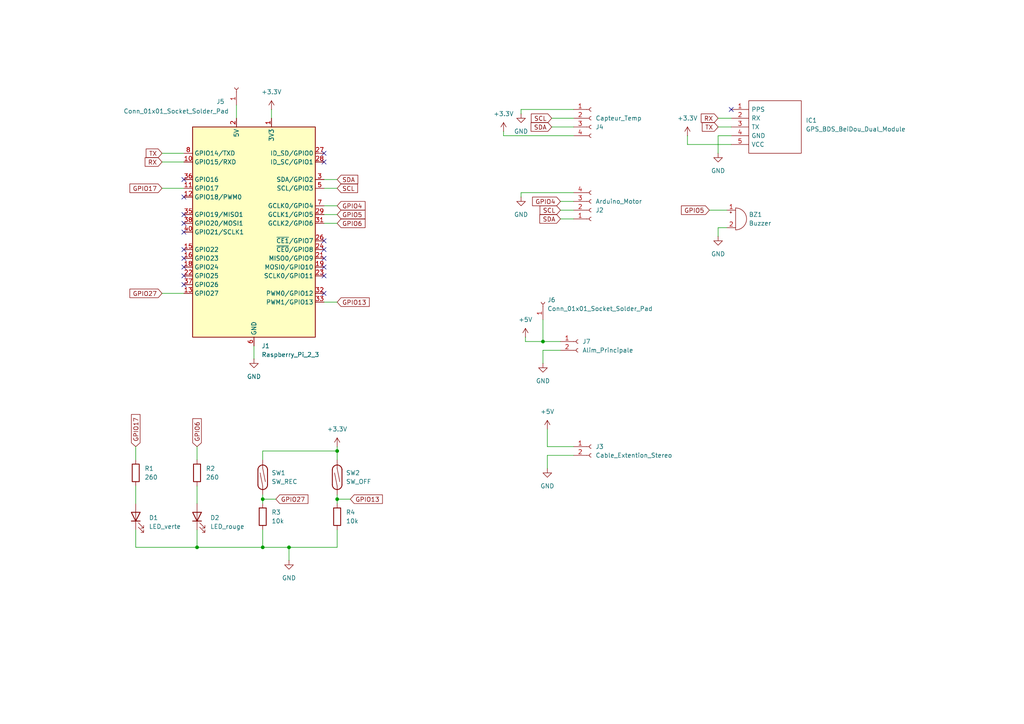
<source format=kicad_sch>
(kicad_sch (version 20231120) (generator "eeschema") (generator_version "8.0")
  (paper "A4")
  (lib_symbols
    (symbol "Conn_01x02_Socket_5v_IN_1" (pin_names (offset 1.016) hide)
      (property "Reference" "J7" (at 1.27 0.0001 0))
      (property "Value" "Conn_01x02_Socket_5v_IN" (at 1.27 -2.5399 0))
      (symbol "Conn_01x02_Socket_5v_IN_1_1_1"
        (arc (start 0 -2.032) (mid -0.5058 -2.54) (end 0 -3.048) (stroke (width 0.1524)))
        (polyline (pts (xy -1.27 -2.54) (xy -0.508 -2.54)) (stroke (width 0.1524)))
        (polyline (pts (xy -1.27 0) (xy -0.508 0)) (stroke (width 0.1524)))
        (arc (start 0 0.508) (mid -0.5058 0) (end 0 -0.508) (stroke (width 0.1524)))
        (pin passive line (at -5.08 0 0) (length 3.81) (name "Pin_1") (number "1"))
        (pin power_out line (at -5.08 -2.54 0) (length 3.81) (name "Pin_2") (number "2"))
      )
    )
    (symbol "Conn_01x04_Socket_1" (pin_names (offset 1.016) hide)
      (property "Reference" "J4" (at 1.27 0.0001 0))
      (property "Value" "Capteur_Temp" (at 1.27 -2.5399 0))
      (symbol "Conn_01x04_Socket_1_1_1"
        (arc (start 0 -4.572) (mid -0.5058 -5.08) (end 0 -5.588) (stroke (width 0.1524)))
        (arc (start 0 -2.032) (mid -0.5058 -2.54) (end 0 -3.048) (stroke (width 0.1524)))
        (polyline (pts (xy -1.27 -5.08) (xy -0.508 -5.08)) (stroke (width 0.1524)))
        (polyline (pts (xy -1.27 -2.54) (xy -0.508 -2.54)) (stroke (width 0.1524)))
        (polyline (pts (xy -1.27 0) (xy -0.508 0)) (stroke (width 0.1524)))
        (polyline (pts (xy -1.27 2.54) (xy -0.508 2.54)) (stroke (width 0.1524)))
        (arc (start 0 0.508) (mid -0.5058 0) (end 0 -0.508) (stroke (width 0.1524)))
        (arc (start 0 3.048) (mid -0.5058 2.54) (end 0 2.032) (stroke (width 0.1524)))
        (pin passive line (at -5.08 -5.08 0) (length 3.81) (name "Pin_1") (number "1"))
        (pin passive line (at -5.08 -2.54 0) (length 3.81) (name "Pin_2") (number "2"))
        (pin passive line (at -5.08 0 0) (length 3.81) (name "Pin_3") (number "3"))
        (pin passive line (at -5.08 2.54 0) (length 3.81) (name "Pin_4") (number "4"))
      )
    )
    (symbol "Connector:Conn_01x04_Socket" (pin_names (offset 1.016) hide)
      (property "Reference" "J" (at 0 5.08 0))
      (property "Value" "Conn_01x04_Socket" (at 0 -7.62 0))
      (symbol "Conn_01x04_Socket_1_1"
        (arc (start 0 -4.572) (mid -0.5058 -5.08) (end 0 -5.588) (stroke (width 0.1524)))
        (arc (start 0 -2.032) (mid -0.5058 -2.54) (end 0 -3.048) (stroke (width 0.1524)))
        (polyline (pts (xy -1.27 -5.08) (xy -0.508 -5.08)) (stroke (width 0.1524)))
        (polyline (pts (xy -1.27 -2.54) (xy -0.508 -2.54)) (stroke (width 0.1524)))
        (polyline (pts (xy -1.27 0) (xy -0.508 0)) (stroke (width 0.1524)))
        (polyline (pts (xy -1.27 2.54) (xy -0.508 2.54)) (stroke (width 0.1524)))
        (arc (start 0 0.508) (mid -0.5058 0) (end 0 -0.508) (stroke (width 0.1524)))
        (arc (start 0 3.048) (mid -0.5058 2.54) (end 0 2.032) (stroke (width 0.1524)))
        (pin passive line (at -5.08 2.54 0) (length 3.81) (name "Pin_1") (number "1"))
        (pin passive line (at -5.08 0 0) (length 3.81) (name "Pin_2") (number "2"))
        (pin passive line (at -5.08 -2.54 0) (length 3.81) (name "Pin_3") (number "3"))
        (pin passive line (at -5.08 -5.08 0) (length 3.81) (name "Pin_4") (number "4"))
      )
    )
    (symbol "Connector:Raspberry_Pi_2_3"
      (property "Reference" "J1" (at 2.1941 -33.02 0))
      (property "Value" "Raspberry_Pi_2_3" (at 2.1941 -35.56 0))
      (symbol "Raspberry_Pi_2_3_0_1"
        (rectangle (start -17.78 30.48) (end 17.78 -30.48) (stroke (width 0.254)) (fill (type background)))
      )
      (symbol "Raspberry_Pi_2_3_1_1"
        (pin power_out line (at 5.08 33.02 270) (length 2.54) (name "3V3") (number "1"))
        (pin bidirectional line (at -20.32 20.32 0) (length 2.54) (name "GPIO15/RXD") (number "10"))
        (pin bidirectional line (at -20.32 12.7 0) (length 2.54) (name "GPIO17") (number "11"))
        (pin bidirectional line (at -20.32 10.16 0) (length 2.54) (name "GPIO18/PWM0") (number "12"))
        (pin bidirectional line (at -20.32 -17.78 0) (length 2.54) (name "GPIO27") (number "13"))
        (pin passive line (at 0 -33.02 90) (length 2.54) hide (name "GND") (number "14"))
        (pin bidirectional line (at -20.32 -5.08 0) (length 2.54) (name "GPIO22") (number "15"))
        (pin bidirectional line (at -20.32 -7.62 0) (length 2.54) (name "GPIO23") (number "16"))
        (pin passive line (at 5.08 33.02 270) (length 2.54) hide (name "3V3") (number "17"))
        (pin bidirectional line (at -20.32 -10.16 0) (length 2.54) (name "GPIO24") (number "18"))
        (pin bidirectional line (at 20.32 -10.16 180) (length 2.54) (name "MOSI0/GPIO10") (number "19"))
        (pin power_in line (at -5.08 33.02 270) (length 2.54) (name "5V") (number "2"))
        (pin passive line (at 0 -33.02 90) (length 2.54) hide (name "GND") (number "20"))
        (pin bidirectional line (at 20.32 -7.62 180) (length 2.54) (name "MISO0/GPIO9") (number "21"))
        (pin bidirectional line (at -20.32 -12.7 0) (length 2.54) (name "GPIO25") (number "22"))
        (pin bidirectional line (at 20.32 -12.7 180) (length 2.54) (name "SCLK0/GPIO11") (number "23"))
        (pin bidirectional line (at 20.32 -5.08 180) (length 2.54) (name "~{CE0}/GPIO8") (number "24"))
        (pin passive line (at 0 -33.02 90) (length 2.54) hide (name "GND") (number "25"))
        (pin bidirectional line (at 20.32 -2.54 180) (length 2.54) (name "~{CE1}/GPIO7") (number "26"))
        (pin bidirectional line (at 20.32 22.86 180) (length 2.54) (name "ID_SD/GPIO0") (number "27"))
        (pin bidirectional line (at 20.32 20.32 180) (length 2.54) (name "ID_SC/GPIO1") (number "28"))
        (pin bidirectional line (at 20.32 5.08 180) (length 2.54) (name "GCLK1/GPIO5") (number "29"))
        (pin bidirectional line (at 20.32 15.24 180) (length 2.54) (name "SDA/GPIO2") (number "3"))
        (pin passive line (at 0 -33.02 90) (length 2.54) hide (name "GND") (number "30"))
        (pin bidirectional line (at 20.32 2.54 180) (length 2.54) (name "GCLK2/GPIO6") (number "31"))
        (pin bidirectional line (at 20.32 -17.78 180) (length 2.54) (name "PWM0/GPIO12") (number "32"))
        (pin bidirectional line (at 20.32 -20.32 180) (length 2.54) (name "PWM1/GPIO13") (number "33"))
        (pin passive line (at 0 -33.02 90) (length 2.54) hide (name "GND") (number "34"))
        (pin bidirectional line (at -20.32 5.08 0) (length 2.54) (name "GPIO19/MISO1") (number "35"))
        (pin bidirectional line (at -20.32 15.24 0) (length 2.54) (name "GPIO16") (number "36"))
        (pin bidirectional line (at -20.32 -15.24 0) (length 2.54) (name "GPIO26") (number "37"))
        (pin bidirectional line (at -20.32 2.54 0) (length 2.54) (name "GPIO20/MOSI1") (number "38"))
        (pin passive line (at 0 -33.02 90) (length 2.54) hide (name "GND") (number "39"))
        (pin passive line (at -5.08 33.02 270) (length 2.54) hide (name "5V") (number "4"))
        (pin bidirectional line (at -20.32 0 0) (length 2.54) (name "GPIO21/SCLK1") (number "40"))
        (pin bidirectional line (at 20.32 12.7 180) (length 2.54) (name "SCL/GPIO3") (number "5"))
        (pin power_in line (at 0 -33.02 90) (length 2.54) (name "GND") (number "6"))
        (pin bidirectional line (at 20.32 7.62 180) (length 2.54) (name "GCLK0/GPIO4") (number "7"))
        (pin bidirectional line (at -20.32 22.86 0) (length 2.54) (name "GPIO14/TXD") (number "8"))
        (pin passive line (at 0 -33.02 90) (length 2.54) hide (name "GND") (number "9"))
      )
    )
    (symbol "Device:Buzzer" (pin_names (offset 0.0254) hide)
      (property "Reference" "BZ" (at 3.81 1.27 0))
      (property "Value" "Buzzer" (at 3.81 -1.27 0))
      (symbol "Buzzer_0_1"
        (arc (start 0 -3.175) (mid 3.1612 0) (end 0 3.175))
        (polyline (pts (xy -1.651 1.905) (xy -1.143 1.905)))
        (polyline (pts (xy -1.397 2.159) (xy -1.397 1.651)))
        (polyline (pts (xy 0 3.175) (xy 0 -3.175)))
      )
      (symbol "Buzzer_1_1"
        (pin passive line (at -2.54 2.54 0) (length 2.54) (name "+") (number "1"))
        (pin passive line (at -2.54 -2.54 0) (length 2.54) (name "-") (number "2"))
      )
    )
    (symbol "Device:LED" (pin_numbers hide) (pin_names (offset 1.016) hide)
      (property "Reference" "D" (at 0 2.54 0))
      (property "Value" "LED" (at 0 -2.54 0))
      (symbol "LED_0_1"
        (polyline (pts (xy -1.27 -1.27) (xy -1.27 1.27)) (stroke (width 0.254)))
        (polyline (pts (xy -1.27 0) (xy 1.27 0)))
        (polyline (pts (xy 1.27 -1.27) (xy 1.27 1.27) (xy -1.27 0) (xy 1.27 -1.27)) (stroke (width 0.254)))
        (polyline (pts (xy -3.048 -0.762) (xy -4.572 -2.286) (xy -3.81 -2.286) (xy -4.572 -2.286) (xy -4.572 -1.524)))
        (polyline (pts (xy -1.778 -0.762) (xy -3.302 -2.286) (xy -2.54 -2.286) (xy -3.302 -2.286) (xy -3.302 -1.524)))
      )
      (symbol "LED_1_1"
        (pin passive line (at -3.81 0 0) (length 2.54) (name "K") (number "1"))
        (pin passive line (at 3.81 0 180) (length 2.54) (name "A") (number "2"))
      )
    )
    (symbol "Device:R" (pin_numbers hide) (pin_names (offset 0))
      (property "Reference" "R" (at 2.032 0 90))
      (property "Value" "R" (at 0 0 90))
      (symbol "R_0_1"
        (rectangle (start -1.016 -2.54) (end 1.016 2.54) (stroke (width 0.254)))
      )
      (symbol "R_1_1"
        (pin passive line (at 0 3.81 270) (length 1.27) (name "~") (number "1"))
        (pin passive line (at 0 -3.81 90) (length 1.27) (name "~") (number "2"))
      )
    )
    (symbol "Kosmos_4.0_motor:Conn_01x01_Socket_Solder_Pad" (pin_names (offset 1.016) hide)
      (property "Reference" "J" (at 0 2.54 0))
      (property "Value" "Conn_01x01_Socket_Solder_Pad" (at 0 -2.54 0))
      (symbol "Conn_01x01_Socket_Solder_Pad_1_1"
        (polyline (pts (xy -1.27 0) (xy -0.508 0)) (stroke (width 0.1524)))
        (arc (start 0 0.508) (mid -0.5058 0) (end 0 -0.508) (stroke (width 0.1524)))
        (pin power_out line (at -5.08 0 0) (length 3.81) (name "Pin_1") (number "1"))
      )
    )
    (symbol "Kosmos_4.0_motor:Conn_01x02_Socket_5v_IN" (pin_names (offset 1.016) hide)
      (property "Reference" "J3" (at 1.27 0.0001 0))
      (property "Value" "Conn_01x02_Socket_5v_IN" (at 1.27 -2.5399 0))
      (symbol "Conn_01x02_Socket_5v_IN_1_1"
        (arc (start 0 -2.032) (mid -0.5058 -2.54) (end 0 -3.048) (stroke (width 0.1524)))
        (polyline (pts (xy -1.27 -2.54) (xy -0.508 -2.54)) (stroke (width 0.1524)))
        (polyline (pts (xy -1.27 0) (xy -0.508 0)) (stroke (width 0.1524)))
        (arc (start 0 0.508) (mid -0.5058 0) (end 0 -0.508) (stroke (width 0.1524)))
        (pin passive line (at -5.08 0 0) (length 3.81) (name "Pin_1") (number "1"))
        (pin passive line (at -5.08 -2.54 0) (length 3.81) (name "Pin_2") (number "2"))
      )
    )
    (symbol "Kosmos_4.0_motor:GPS_BDS_BeiDou_Dual_Module" (pin_names (offset 0.762))
      (property "Reference" "IC1" (at 21.59 1.9051 0))
      (property "Value" "GPS_BDS_BeiDou_Dual_Module" (at 21.59 -0.6349 0))
      (symbol "GPS_BDS_BeiDou_Dual_Module_0_1"
        (polyline (pts (xy 5.08 7.62) (xy 20.32 7.62) (xy 20.32 -7.62) (xy 5.08 -7.62) (xy 5.08 7.62)) (stroke (width 0.1524)))
      )
      (symbol "GPS_BDS_BeiDou_Dual_Module_1_0"
        (pin passive line (at 0 5.08 0) (length 5.08) (name "PPS") (number "1"))
        (pin passive line (at 0 2.54 0) (length 5.08) (name "RX") (number "2"))
        (pin passive line (at 0 0 0) (length 5.08) (name "TX") (number "3"))
        (pin passive line (at 0 -2.54 0) (length 5.08) (name "GND") (number "4"))
        (pin passive line (at 0 -5.08 0) (length 5.08) (name "VCC") (number "5"))
      )
    )
    (symbol "Switch:SW_Reed" (pin_numbers hide) (pin_names (offset 0) hide)
      (property "Reference" "SW" (at 0 2.54 0))
      (property "Value" "SW_Reed" (at 0 -2.54 0))
      (symbol "SW_Reed_0_0"
        (arc (start -2.159 1.397) (mid -3.55 0) (end -2.159 -1.397) (stroke (width 0.254)))
        (polyline (pts (xy -2.54 0) (xy 1.27 0.762)))
        (polyline (pts (xy -2.159 -1.397) (xy 2.286 -1.397)) (stroke (width 0.254)))
        (polyline (pts (xy 2.159 1.397) (xy -2.159 1.397)) (stroke (width 0.254)))
        (polyline (pts (xy 2.54 0) (xy -1.27 -0.762)))
        (arc (start 2.159 -1.397) (mid 3.55 0) (end 2.159 1.397) (stroke (width 0.254)))
      )
      (symbol "SW_Reed_1_1"
        (pin passive line (at -5.08 0 0) (length 2.54) (name "1") (number "1"))
        (pin passive line (at 5.08 0 180) (length 2.54) (name "2") (number "2"))
      )
    )
    (symbol "power:+3.3V" (power) (pin_numbers hide) (pin_names (offset 0) hide)
      (property "Value" "+3.3V" (at 0 3.556 0))
      (symbol "+3.3V_0_1"
        (polyline (pts (xy -0.762 1.27) (xy 0 2.54)))
        (polyline (pts (xy 0 0) (xy 0 2.54)))
        (polyline (pts (xy 0 2.54) (xy 0.762 1.27)))
      )
      (symbol "+3.3V_1_1"
        (pin power_in line (at 0 0 90) (length 0) (name "~") (number "1"))
      )
    )
    (symbol "power:+5V" (power) (pin_numbers hide) (pin_names (offset 0) hide)
      (property "Value" "+5V" (at 0 3.556 0))
      (symbol "+5V_0_1"
        (polyline (pts (xy -0.762 1.27) (xy 0 2.54)))
        (polyline (pts (xy 0 0) (xy 0 2.54)))
        (polyline (pts (xy 0 2.54) (xy 0.762 1.27)))
      )
      (symbol "+5V_1_1"
        (pin power_in line (at 0 0 90) (length 0) (name "~") (number "1"))
      )
    )
    (symbol "power:GND" (power) (pin_numbers hide) (pin_names (offset 0) hide)
      (property "Value" "GND" (at 0 -3.81 0))
      (symbol "GND_0_1"
        (polyline (pts (xy 0 0) (xy 0 -1.27) (xy 1.27 -1.27) (xy 0 -2.54) (xy -1.27 -1.27) (xy 0 -1.27)))
      )
      (symbol "GND_1_1"
        (pin power_in line (at 0 0 270) (length 0) (name "~") (number "1"))
      )
    )
  )
  (junction (at 76.2 144.78))
  (junction (at 97.79 144.78))
  (junction (at 76.2 158.75))
  (junction (at 83.82 158.75))
  (junction (at 97.79 130.81))
  (junction (at 57.15 158.75))
  (junction (at 157.48 99.06))
  (no_connect (at 93.98 74.93))
  (no_connect (at 93.98 72.39))
  (no_connect (at 93.98 80.01))
  (no_connect (at 53.34 64.77))
  (no_connect (at 53.34 80.01))
  (no_connect (at 53.34 74.93))
  (no_connect (at 93.98 44.45))
  (no_connect (at 93.98 69.85))
  (no_connect (at 53.34 72.39))
  (no_connect (at 93.98 85.09))
  (no_connect (at 93.98 77.47))
  (no_connect (at 53.34 77.47))
  (no_connect (at 53.34 57.15))
  (no_connect (at 212.09 31.75))
  (no_connect (at 53.34 67.31))
  (no_connect (at 53.34 52.07))
  (no_connect (at 93.98 46.99))
  (no_connect (at 53.34 82.55))
  (no_connect (at 53.34 62.23))
  (wire (pts (xy 151.13 57.15) (xy 151.13 55.88)))
  (wire (pts (xy 199.39 41.91) (xy 199.39 39.37)))
  (wire (pts (xy 93.98 52.07) (xy 97.79 52.07)))
  (wire (pts (xy 212.09 41.91) (xy 199.39 41.91)))
  (wire (pts (xy 151.13 55.88) (xy 166.37 55.88)))
  (wire (pts (xy 93.98 59.69) (xy 97.79 59.69)))
  (wire (pts (xy 76.2 130.81) (xy 76.2 133.35)))
  (wire (pts (xy 57.15 158.75) (xy 76.2 158.75)))
  (wire (pts (xy 166.37 132.08) (xy 158.75 132.08)))
  (wire (pts (xy 97.79 144.78) (xy 101.6 144.78)))
  (wire (pts (xy 46.99 46.99) (xy 53.34 46.99)))
  (wire (pts (xy 158.75 132.08) (xy 158.75 135.89)))
  (wire (pts (xy 93.98 54.61) (xy 97.79 54.61)))
  (wire (pts (xy 76.2 130.81) (xy 97.79 130.81)))
  (wire (pts (xy 76.2 144.78) (xy 80.01 144.78)))
  (wire (pts (xy 162.56 63.5) (xy 166.37 63.5)))
  (wire (pts (xy 76.2 158.75) (xy 83.82 158.75)))
  (wire (pts (xy 151.13 31.75) (xy 151.13 33.02)))
  (wire (pts (xy 39.37 129.54) (xy 39.37 133.35)))
  (wire (pts (xy 208.28 39.37) (xy 208.28 44.45)))
  (wire (pts (xy 151.13 31.75) (xy 166.37 31.75)))
  (wire (pts (xy 97.79 130.81) (xy 97.79 129.54)))
  (wire (pts (xy 152.4 97.79) (xy 152.4 99.06)))
  (wire (pts (xy 76.2 143.51) (xy 76.2 144.78)))
  (wire (pts (xy 93.98 64.77) (xy 97.79 64.77)))
  (wire (pts (xy 157.48 99.06) (xy 162.56 99.06)))
  (wire (pts (xy 162.56 60.96) (xy 166.37 60.96)))
  (wire (pts (xy 78.74 31.75) (xy 78.74 34.29)))
  (wire (pts (xy 76.2 153.67) (xy 76.2 158.75)))
  (wire (pts (xy 157.48 105.41) (xy 157.48 101.6)))
  (wire (pts (xy 97.79 144.78) (xy 97.79 146.05)))
  (wire (pts (xy 46.99 54.61) (xy 53.34 54.61)))
  (wire (pts (xy 76.2 144.78) (xy 76.2 146.05)))
  (wire (pts (xy 208.28 68.58) (xy 208.28 66.04)))
  (wire (pts (xy 73.66 100.33) (xy 73.66 104.14)))
  (wire (pts (xy 162.56 58.42) (xy 166.37 58.42)))
  (wire (pts (xy 208.28 34.29) (xy 212.09 34.29)))
  (wire (pts (xy 97.79 143.51) (xy 97.79 144.78)))
  (wire (pts (xy 160.02 34.29) (xy 166.37 34.29)))
  (wire (pts (xy 83.82 162.56) (xy 83.82 158.75)))
  (wire (pts (xy 158.75 124.46) (xy 158.75 129.54)))
  (wire (pts (xy 57.15 140.97) (xy 57.15 146.05)))
  (wire (pts (xy 146.05 39.37) (xy 146.05 38.1)))
  (wire (pts (xy 146.05 39.37) (xy 166.37 39.37)))
  (wire (pts (xy 205.74 60.96) (xy 210.82 60.96)))
  (wire (pts (xy 68.58 30.48) (xy 68.58 34.29)))
  (wire (pts (xy 208.28 66.04) (xy 210.82 66.04)))
  (wire (pts (xy 212.09 39.37) (xy 208.28 39.37)))
  (wire (pts (xy 157.48 92.71) (xy 157.48 99.06)))
  (wire (pts (xy 57.15 129.54) (xy 57.15 133.35)))
  (wire (pts (xy 46.99 44.45) (xy 53.34 44.45)))
  (wire (pts (xy 93.98 62.23) (xy 97.79 62.23)))
  (wire (pts (xy 39.37 158.75) (xy 57.15 158.75)))
  (wire (pts (xy 39.37 153.67) (xy 39.37 158.75)))
  (wire (pts (xy 93.98 87.63) (xy 97.79 87.63)))
  (wire (pts (xy 152.4 99.06) (xy 157.48 99.06)))
  (wire (pts (xy 57.15 153.67) (xy 57.15 158.75)))
  (wire (pts (xy 46.99 85.09) (xy 53.34 85.09)))
  (wire (pts (xy 157.48 101.6) (xy 162.56 101.6)))
  (wire (pts (xy 97.79 153.67) (xy 97.79 158.75)))
  (wire (pts (xy 208.28 36.83) (xy 212.09 36.83)))
  (wire (pts (xy 39.37 140.97) (xy 39.37 146.05)))
  (wire (pts (xy 158.75 129.54) (xy 166.37 129.54)))
  (wire (pts (xy 160.02 36.83) (xy 166.37 36.83)))
  (wire (pts (xy 97.79 130.81) (xy 97.79 133.35)))
  (wire (pts (xy 83.82 158.75) (xy 97.79 158.75)))
  (global_label "GPIO13" (shape input) (at 97.79 87.63 0) (property "Intersheetrefs" "${INTERSHEET_REFS}" (effects (hide yes))))
  (global_label "GPIO4" (shape input) (at 97.79 59.69 0) (property "Intersheetrefs" "${INTERSHEET_REFS}" (effects (hide yes))))
  (global_label "SDA" (shape input) (at 97.79 52.07 0) (property "Intersheetrefs" "${INTERSHEET_REFS}" (effects (hide yes))))
  (global_label "TX" (shape input) (at 46.99 44.45 180) (property "Intersheetrefs" "${INTERSHEET_REFS}" (effects (hide yes))))
  (global_label "RX" (shape input) (at 208.28 34.29 180) (property "Intersheetrefs" "${INTERSHEET_REFS}" (effects (hide yes))))
  (global_label "TX" (shape input) (at 208.28 36.83 180) (property "Intersheetrefs" "${INTERSHEET_REFS}" (effects (hide yes))))
  (global_label "GPIO4" (shape input) (at 162.56 58.42 180) (property "Intersheetrefs" "${INTERSHEET_REFS}" (effects (hide yes))))
  (global_label "GPIO6" (shape input) (at 97.79 64.77 0) (property "Intersheetrefs" "${INTERSHEET_REFS}" (effects (hide yes))))
  (global_label "SDA" (shape input) (at 160.02 36.83 180) (property "Intersheetrefs" "${INTERSHEET_REFS}" (effects (hide yes))))
  (global_label "RX" (shape input) (at 46.99 46.99 180) (property "Intersheetrefs" "${INTERSHEET_REFS}" (effects (hide yes))))
  (global_label "SCL" (shape input) (at 162.56 60.96 180) (property "Intersheetrefs" "${INTERSHEET_REFS}" (effects (hide yes))))
  (global_label "GPIO5" (shape input) (at 205.74 60.96 180) (property "Intersheetrefs" "${INTERSHEET_REFS}" (effects (hide yes))))
  (global_label "GPIO17" (shape input) (at 39.37 129.54 90) (property "Intersheetrefs" "${INTERSHEET_REFS}" (effects (hide yes))))
  (global_label "GPIO6" (shape input) (at 57.15 129.54 90) (property "Intersheetrefs" "${INTERSHEET_REFS}" (effects (hide yes))))
  (global_label "GPIO27" (shape input) (at 46.99 85.09 180) (property "Intersheetrefs" "${INTERSHEET_REFS}" (effects (hide yes))))
  (global_label "GPIO17" (shape input) (at 46.99 54.61 180) (property "Intersheetrefs" "${INTERSHEET_REFS}" (effects (hide yes))))
  (global_label "GPIO5" (shape input) (at 97.79 62.23 0) (property "Intersheetrefs" "${INTERSHEET_REFS}" (effects (hide yes))))
  (global_label "SCL" (shape input) (at 97.79 54.61 0) (property "Intersheetrefs" "${INTERSHEET_REFS}" (effects (hide yes))))
  (global_label "SCL" (shape input) (at 160.02 34.29 180) (property "Intersheetrefs" "${INTERSHEET_REFS}" (effects (hide yes))))
  (global_label "GPIO27" (shape input) (at 80.01 144.78 0) (property "Intersheetrefs" "${INTERSHEET_REFS}" (effects (hide yes))))
  (global_label "GPIO13" (shape input) (at 101.6 144.78 0) (property "Intersheetrefs" "${INTERSHEET_REFS}" (effects (hide yes))))
  (global_label "SDA" (shape input) (at 162.56 63.5 180) (property "Intersheetrefs" "${INTERSHEET_REFS}" (effects (hide yes))))
  (symbol (lib_id "power:+3.3V") (at 97.79 129.54 0) (unit 1)
    (property "Reference" "#PWR05" (effects (hide yes)))
    (property "Value" "+3.3V" (at 97.79 124.46 0))
    (property "Description" "Power symbol creates a global label with name \"+3.3V\"" (effects (hide yes)))
  )
  (symbol (lib_id "power:GND") (at 151.13 57.15 0) (unit 1)
    (property "Reference" "#PWR07" (effects (hide yes)))
    (property "Value" "GND" (at 151.13 62.23 0))
    (property "Description" "Power symbol creates a global label with name \"GND\" , ground" (effects (hide yes)))
  )
  (symbol (lib_id "Device:R") (at 57.15 137.16 0) (unit 1)
    (property "Reference" "R2" (at 59.69 135.8899 0) (effects (justify left)))
    (property "Value" "260" (at 59.69 138.4299 0) (effects (justify left)))
    (property "Footprint" "Library_komsos:R_Axial_DIN0207_L6.3mm_D2.5mm_P10.16mm_Horizontal_v2.2mm" (effects (hide yes)))
    (property "Description" "Resistor" (effects (hide yes)))
  )
  (symbol (lib_id "Device:R") (at 39.37 137.16 0) (unit 1)
    (property "Reference" "R1" (at 41.91 135.8899 0) (effects (justify left)))
    (property "Value" "260" (at 41.91 138.4299 0) (effects (justify left)))
    (property "Footprint" "Library_komsos:R_Axial_DIN0207_L6.3mm_D2.5mm_P10.16mm_Horizontal_v2.2mm" (effects (hide yes)))
    (property "Description" "Resistor" (effects (hide yes)))
  )
  (symbol (lib_id "power:GND") (at 151.13 33.02 0) (unit 1)
    (property "Reference" "#PWR02" (effects (hide yes)))
    (property "Value" "GND" (at 151.13 38.1 0))
    (property "Description" "Power symbol creates a global label with name \"GND\" , ground" (effects (hide yes)))
  )
  (symbol (lib_id "power:GND") (at 208.28 68.58 0) (unit 1)
    (property "Reference" "#PWR09" (effects (hide yes)))
    (property "Value" "GND" (at 208.28 73.66 0))
    (property "Description" "Power symbol creates a global label with name \"GND\" , ground" (effects (hide yes)))
  )
  (symbol (lib_id "power:GND") (at 158.75 135.89 0) (unit 1)
    (property "Reference" "#PWR012" (effects (hide yes)))
    (property "Value" "GND" (at 158.75 140.97 0))
    (property "Description" "Power symbol creates a global label with name \"GND\" , ground" (effects (hide yes)))
  )
  (symbol (lib_id "power:+3.3V") (at 199.39 39.37 0) (unit 1)
    (property "Reference" "#PWR014" (effects (hide yes)))
    (property "Value" "+3.3V" (at 199.39 34.29 0))
    (property "Description" "Power symbol creates a global label with name \"+3.3V\"" (effects (hide yes)))
  )
  (symbol (lib_id "power:+5V") (at 152.4 97.79 0) (unit 1)
    (property "Reference" "#PWR03" (effects (hide yes)))
    (property "Value" "+5V" (at 152.4 92.71 0))
    (property "Description" "Power symbol creates a global label with name \"+5V\"" (effects (hide yes)))
  )
  (symbol (lib_id "Device:LED") (at 39.37 149.86 90) (unit 1)
    (property "Reference" "D1" (at 43.18 150.1774 90) (effects (justify right)))
    (property "Value" "LED_verte" (at 43.18 152.7174 90) (effects (justify right)))
    (property "Footprint" "Library_komsos:LED_D5.0mm_v2.2mm" (effects (hide yes)))
    (property "Description" "Light emitting diode" (effects (hide yes)))
  )
  (symbol (lib_id "Device:R") (at 97.79 149.86 0) (unit 1)
    (property "Reference" "R4" (at 100.33 148.5899 0) (effects (justify left)))
    (property "Value" "10k" (at 100.33 151.1299 0) (effects (justify left)))
    (property "Footprint" "Library_komsos:R_Axial_DIN0207_L6.3mm_D2.5mm_P10.16mm_Horizontal_v2.2mm" (effects (hide yes)))
    (property "Description" "Resistor" (effects (hide yes)))
  )
  (symbol (lib_id "power:GND") (at 157.48 105.41 0) (unit 1)
    (property "Reference" "#PWR018" (effects (hide yes)))
    (property "Value" "GND" (at 157.48 110.49 0))
    (property "Description" "Power symbol creates a global label with name \"GND\" , ground" (effects (hide yes)))
  )
  (symbol (lib_id "Device:R") (at 76.2 149.86 0) (unit 1)
    (property "Reference" "R3" (at 78.74 148.5899 0) (effects (justify left)))
    (property "Value" "10k" (at 78.74 151.1299 0) (effects (justify left)))
    (property "Footprint" "Library_komsos:R_Axial_DIN0207_L6.3mm_D2.5mm_P10.16mm_Horizontal_v2.2mm" (effects (hide yes)))
    (property "Description" "Resistor" (effects (hide yes)))
  )
  (symbol (lib_name "Conn_01x04_Socket_1") (lib_id "Connector:Conn_01x04_Socket") (at 171.45 36.83 0) (mirror x) (unit 1)
    (property "Reference" "J4" (at 172.72 36.8301 0) (effects (justify left)))
    (property "Value" "Capteur_Temp" (at 172.72 34.2901 0) (effects (justify left)))
    (property "Footprint" "Library_komsos:JST_EH_S4B-EH_1x04_P2.50mm_Horizontal_kosmos" (effects (hide yes)))
    (property "Description" "Generic connector, single row, 01x04, script generated" (effects (hide yes)))
  )
  (symbol (lib_id "Kosmos_4.0_motor:Conn_01x01_Socket_Solder_Pad") (at 68.58 25.4 90) (unit 1)
    (property "Reference" "J5" (at 62.738 29.464 90) (effects (justify right)))
    (property "Value" "Conn_01x01_Socket_Solder_Pad" (at 35.814 32.258 90) (effects (justify right)))
    (property "Footprint" "Library_komsos:TestPoint_Pad_4.0x4.0mm_KOSMOS" (effects (hide yes)))
    (property "Description" "Generic connector, single row, 01x01, script generated" (effects (hide yes)))
  )
  (symbol (lib_id "Kosmos_4.0_motor:Conn_01x01_Socket_Solder_Pad") (at 157.48 87.63 90) (unit 1)
    (property "Reference" "J6" (at 158.75 86.9949 90) (effects (justify right)))
    (property "Value" "Conn_01x01_Socket_Solder_Pad" (at 158.75 89.5349 90) (effects (justify right)))
    (property "Footprint" "Library_komsos:TestPoint_Pad_4.0x4.0mm_KOSMOS" (effects (hide yes)))
    (property "Description" "Generic connector, single row, 01x01, script generated" (effects (hide yes)))
  )
  (symbol (lib_id "Device:Buzzer") (at 213.36 63.5 0) (unit 1)
    (property "Reference" "BZ1" (at 217.17 62.2299 0) (effects (justify left)))
    (property "Value" "Buzzer" (at 217.17 64.7699 0) (effects (justify left)))
    (property "Footprint" "Library_komsos:Buzzer_D16.8_H8.2_P10_v2.2" (effects (hide yes)))
    (property "Description" "Buzzer, polarized" (effects (hide yes)))
  )
  (symbol (lib_id "Kosmos_4.0_motor:Conn_01x02_Socket_5v_IN") (at 171.45 129.54 0) (unit 1)
    (property "Reference" "J3" (at 172.72 129.5399 0) (effects (justify left)))
    (property "Value" "Cable_Extention_Stereo" (at 172.72 132.0799 0) (effects (justify left)))
    (property "Footprint" "Library_komsos:JST_EH_S2B-EH_1x02_P2.50mm_Horizontal_kosmos" (effects (hide yes)))
    (property "Description" "Generic connector, single row, 01x02, script generated" (effects (hide yes)))
  )
  (symbol (lib_id "power:GND") (at 83.82 162.56 0) (unit 1)
    (property "Reference" "#PWR015" (effects (hide yes)))
    (property "Value" "GND" (at 83.82 167.64 0))
    (property "Description" "Power symbol creates a global label with name \"GND\" , ground" (effects (hide yes)))
  )
  (symbol (lib_id "Device:LED") (at 57.15 149.86 90) (unit 1)
    (property "Reference" "D2" (at 60.96 150.1774 90) (effects (justify right)))
    (property "Value" "LED_rouge" (at 60.96 152.7174 90) (effects (justify right)))
    (property "Footprint" "Library_komsos:LED_D5.0mm_v2.2mm" (effects (hide yes)))
    (property "Description" "Light emitting diode" (effects (hide yes)))
  )
  (symbol (lib_id "Switch:SW_Reed") (at 97.79 138.43 90) (unit 1)
    (property "Reference" "SW2" (at 100.33 137.1599 90) (effects (justify right)))
    (property "Value" "SW_OFF" (at 100.33 139.6999 90) (effects (justify right)))
    (property "Footprint" "Library_komsos:R_Axial_DIN0207_L6.3mm_D2.5mm_P13.24mm_Horizontal_v2mm" (effects (hide yes)))
    (property "Description" "reed switch" (effects (hide yes)))
  )
  (symbol (lib_id "power:+3.3V") (at 146.05 38.1 0) (unit 1)
    (property "Reference" "#PWR011" (effects (hide yes)))
    (property "Value" "+3.3V" (at 146.05 33.02 0))
    (property "Description" "Power symbol creates a global label with name \"+3.3V\"" (effects (hide yes)))
  )
  (symbol (lib_id "Connector:Conn_01x04_Socket") (at 171.45 60.96 0) (mirror x) (unit 1)
    (property "Reference" "J2" (at 172.72 60.9601 0) (effects (justify left)))
    (property "Value" "Arduino_Motor" (at 172.72 58.4201 0) (effects (justify left)))
    (property "Footprint" "Library_komsos:JST_EH_S4B-EH_1x04_P2.50mm_Horizontal_kosmos" (effects (hide yes)))
    (property "Description" "Generic connector, single row, 01x04, script generated" (effects (hide yes)))
  )
  (symbol (lib_id "Switch:SW_Reed") (at 76.2 138.43 90) (unit 1)
    (property "Reference" "SW1" (at 78.74 137.1599 90) (effects (justify right)))
    (property "Value" "SW_REC" (at 78.74 139.6999 90) (effects (justify right)))
    (property "Footprint" "Library_komsos:R_Axial_DIN0207_L6.3mm_D2.5mm_P13.24mm_Horizontal_v2mm" (effects (hide yes)))
    (property "Description" "reed switch" (effects (hide yes)))
  )
  (symbol (lib_id "Kosmos_4.0_motor:GPS_BDS_BeiDou_Dual_Module") (at 212.09 36.83 0) (unit 1)
    (property "Reference" "IC1" (at 233.68 34.9249 0) (effects (justify left)))
    (property "Value" "GPS_BDS_BeiDou_Dual_Module" (at 233.68 37.4649 0) (effects (justify left)))
    (property "Footprint" "Library_komsos:GPS_BDS_BeiDou_Dual_Module_v2.2mm" (effects (hide yes)))
  )
  (symbol (lib_id "power:GND") (at 73.66 104.14 0) (unit 1)
    (property "Reference" "#PWR016" (effects (hide yes)))
    (property "Value" "GND" (at 73.66 109.22 0))
    (property "Description" "Power symbol creates a global label with name \"GND\" , ground" (effects (hide yes)))
  )
  (symbol (lib_id "power:+3.3V") (at 78.74 31.75 0) (unit 1)
    (property "Reference" "#PWR06" (effects (hide yes)))
    (property "Value" "+3.3V" (at 78.74 26.67 0))
    (property "Description" "Power symbol creates a global label with name \"+3.3V\"" (effects (hide yes)))
  )
  (symbol (lib_id "Connector:Raspberry_Pi_2_3") (at 73.66 67.31 0) (unit 1)
    (property "Reference" "J1" (at 75.8541 100.33 0) (effects (justify left)))
    (property "Value" "Raspberry_Pi_2_3" (at 75.8541 102.87 0) (effects (justify left)))
    (property "Footprint" "Library_komsos:PinSocket_2x20_P2.54mm_Vertical_pad2.2mm" (effects (hide yes)))
    (property "Datasheet" "https://www.raspberrypi.org/documentation/hardware/raspberrypi/schematics/rpi_SCH_3bplus_1p0_reduced.pdf" (effects (hide yes)))
    (property "Description" "expansion header for Raspberry Pi 2 & 3" (effects (hide yes)))
  )
  (symbol (lib_id "power:+5V") (at 158.75 124.46 0) (unit 1)
    (property "Reference" "#PWR08" (effects (hide yes)))
    (property "Value" "+5V" (at 158.75 119.38 0))
    (property "Description" "Power symbol creates a global label with name \"+5V\"" (effects (hide yes)))
  )
  (symbol (lib_name "Conn_01x02_Socket_5v_IN_1") (lib_id "Kosmos_4.0_motor:Conn_01x02_Socket_5v_IN") (at 167.64 99.06 0) (unit 1)
    (property "Reference" "J7" (at 168.91 99.0599 0) (effects (justify left)))
    (property "Value" "Alim_Principale" (at 168.91 101.5999 0) (effects (justify left)))
    (property "Footprint" "Library_komsos:TerminalBlock_bornier-2_P5.08mm_v3mm" (effects (hide yes)))
    (property "Description" "Generic connector, single row, 01x02, script generated" (effects (hide yes)))
  )
  (symbol (lib_id "power:GND") (at 208.28 44.45 0) (unit 1)
    (property "Reference" "#PWR01" (effects (hide yes)))
    (property "Value" "GND" (at 208.28 49.53 0))
    (property "Description" "Power symbol creates a global label with name \"GND\" , ground" (effects (hide yes)))
  )
)
</source>
